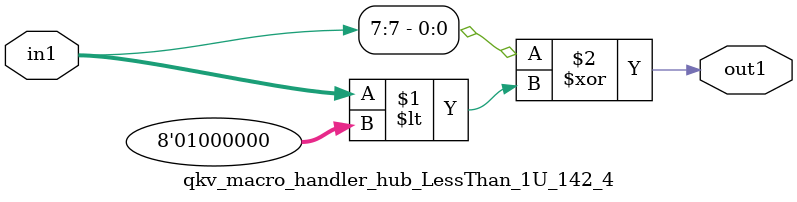
<source format=v>

`timescale 1ps / 1ps


module qkv_macro_handler_hub_LessThan_1U_142_4( in1, out1 );

    input [7:0] in1;
    output out1;

    
    // rtl_process:qkv_macro_handler_hub_LessThan_1U_94_4/qkv_macro_handler_hub_LessThan_1U_94_4_thread_1
    assign out1 = (in1[7] ^ in1 < 8'd064);

endmodule





</source>
